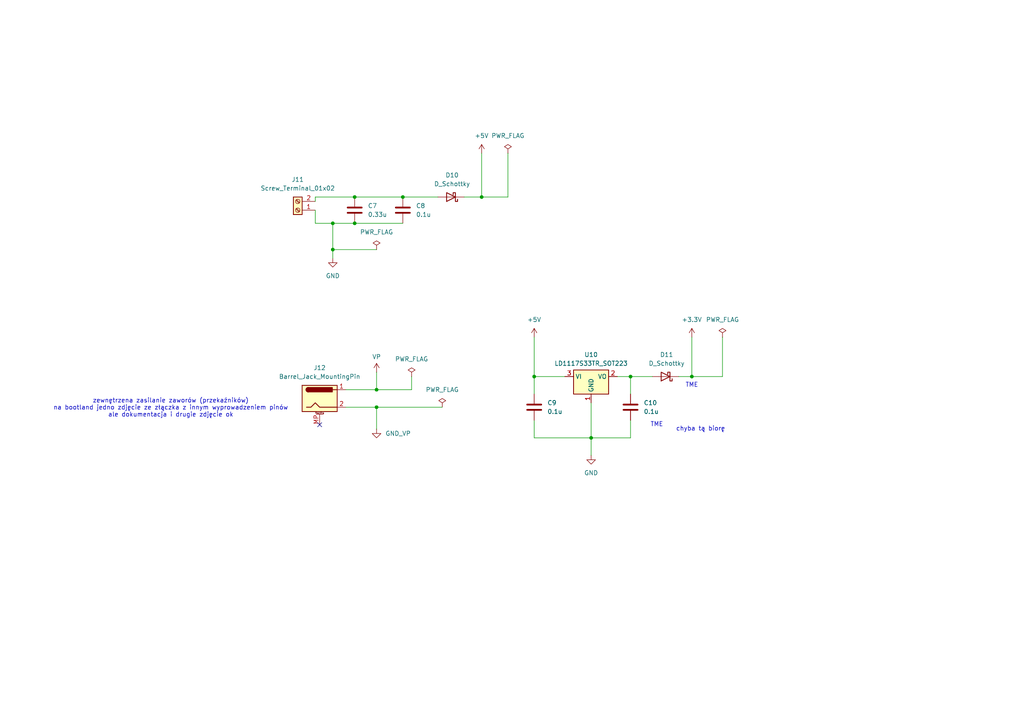
<source format=kicad_sch>
(kicad_sch (version 20250114) (generator "eeschema") (generator_version "9.0")
  (paper "A4")
  (title_block (title "Sterownik podlewania V1.1") (date "2025-10-09") (comment 1 "Praca inżynierska ") (comment 2 "Filip Gajewski"))
  (lib_symbols
    (symbol "Connector:Barrel_Jack_MountingPin" (pin_names (hide yes))
      (property "Reference" "J" (at 0 5.334 0))
      (property "Value" "Barrel_Jack_MountingPin" (at 1.27 -6.35 0))
      (symbol "Barrel_Jack_MountingPin_0_1"
        (rectangle (start -5.08 3.81) (end 5.08 -3.81) (stroke (width 0.254)) (fill (type background)))
        (polyline (pts (xy -3.81 -2.54) (xy -2.54 -2.54) (xy -1.27 -1.27) (xy 0 -2.54) (xy 2.54 -2.54) (xy 5.08 -2.54)) (stroke (width 0.254)))
        (arc (start -3.302 1.905) (mid -3.9343 2.54) (end -3.302 3.175) (stroke (width 0.254)))
        (arc (start -3.302 1.905) (mid -3.9343 2.54) (end -3.302 3.175) (stroke (width 0.254)) (fill (type outline)))
        (rectangle (start 3.683 3.175) (end -3.302 1.905) (stroke (width 0.254)) (fill (type outline)))
        (polyline (pts (xy 5.08 2.54) (xy 3.81 2.54)) (stroke (width 0.254)))
      )
      (symbol "Barrel_Jack_MountingPin_1_1"
        (polyline (pts (xy -1.016 -4.572) (xy 1.016 -4.572)) (stroke (width 0.1524)))
        (text "Mounting" (at 0 -4.191 0) (effects (font (size 0.381 0.381))))
        (pin passive line (at 0 -7.62 90) (length 3.048) (name "MountPin") (number "MP"))
        (pin passive line (at 7.62 2.54 180) (length 2.54) (name "~") (number "1"))
        (pin passive line (at 7.62 -2.54 180) (length 2.54) (name "~") (number "2"))
      )
    )
    (symbol "Connector:Screw_Terminal_01x02" (pin_names (offset 1.016) (hide yes))
      (property "Reference" "J" (at 0 2.54 0))
      (property "Value" "Screw_Terminal_01x02" (at 0 -5.08 0))
      (symbol "Screw_Terminal_01x02_1_1"
        (rectangle (start -1.27 1.27) (end 1.27 -3.81) (stroke (width 0.254)) (fill (type background)))
        (polyline (pts (xy -0.5334 0.3302) (xy 0.3302 -0.508)) (stroke (width 0.1524)))
        (polyline (pts (xy -0.5334 -2.2098) (xy 0.3302 -3.048)) (stroke (width 0.1524)))
        (polyline (pts (xy -0.3556 0.508) (xy 0.508 -0.3302)) (stroke (width 0.1524)))
        (polyline (pts (xy -0.3556 -2.032) (xy 0.508 -2.8702)) (stroke (width 0.1524)))
        (circle (center 0 0) (radius 0.635) (stroke (width 0.1524)))
        (circle (center 0 -2.54) (radius 0.635) (stroke (width 0.1524)))
        (pin passive line (at -5.08 0 0) (length 3.81) (name "Pin_1") (number "1"))
        (pin passive line (at -5.08 -2.54 0) (length 3.81) (name "Pin_2") (number "2"))
      )
    )
    (symbol "Device:C" (pin_numbers (hide yes)) (pin_names (offset 0.254))
      (property "Reference" "C" (at 0.635 2.54 0))
      (property "Value" "C" (at 0.635 -2.54 0))
      (symbol "C_0_1"
        (polyline (pts (xy -2.032 0.762) (xy 2.032 0.762)) (stroke (width 0.508)))
        (polyline (pts (xy -2.032 -0.762) (xy 2.032 -0.762)) (stroke (width 0.508)))
      )
      (symbol "C_1_1"
        (pin passive line (at 0 3.81 270) (length 2.794) (name "~") (number "1"))
        (pin passive line (at 0 -3.81 90) (length 2.794) (name "~") (number "2"))
      )
    )
    (symbol "Device:D_Schottky" (pin_numbers (hide yes)) (pin_names (offset 1.016) (hide yes))
      (property "Reference" "D" (at 0 2.54 0))
      (property "Value" "D_Schottky" (at 0 -2.54 0))
      (symbol "D_Schottky_0_1"
        (polyline (pts (xy -1.905 0.635) (xy -1.905 1.27) (xy -1.27 1.27) (xy -1.27 -1.27) (xy -0.635 -1.27) (xy -0.635 -0.635)) (stroke (width 0.254)))
        (polyline (pts (xy 1.27 1.27) (xy 1.27 -1.27) (xy -1.27 0) (xy 1.27 1.27)) (stroke (width 0.254)))
        (polyline (pts (xy 1.27 0) (xy -1.27 0)))
      )
      (symbol "D_Schottky_1_1"
        (pin passive line (at -3.81 0 0) (length 2.54) (name "K") (number "1"))
        (pin passive line (at 3.81 0 180) (length 2.54) (name "A") (number "2"))
      )
    )
    (symbol "Regulator_Linear:LD1117S33TR_SOT223"
      (property "Reference" "U" (at -3.81 3.175 0))
      (property "Value" "LD1117S33TR_SOT223" (at 0 3.175 0))
      (symbol "LD1117S33TR_SOT223_0_1"
        (rectangle (start -5.08 -5.08) (end 5.08 1.905) (stroke (width 0.254)) (fill (type background)))
      )
      (symbol "LD1117S33TR_SOT223_1_1"
        (pin power_in line (at -7.62 0 0) (length 2.54) (name "VI") (number "3"))
        (pin power_in line (at 0 -7.62 90) (length 2.54) (name "GND") (number "1"))
        (pin power_out line (at 7.62 0 180) (length 2.54) (name "VO") (number "2"))
      )
    )
    (symbol "power:+5V" (power) (pin_numbers (hide yes)) (pin_names (offset 0) (hide yes))
      (property "Value" "+5V" (at 0 3.556 0))
      (symbol "+5V_0_1"
        (polyline (pts (xy -0.762 1.27) (xy 0 2.54)))
        (polyline (pts (xy 0 2.54) (xy 0.762 1.27)))
        (polyline (pts (xy 0 0) (xy 0 2.54)))
      )
      (symbol "+5V_1_1"
        (pin power_in line (at 0 0 90) (length 0) (name "~") (number "1"))
      )
    )
    (symbol "power:GND" (power) (pin_numbers (hide yes)) (pin_names (offset 0) (hide yes))
      (property "Value" "GND" (at 0 -3.81 0))
      (symbol "GND_0_1"
        (polyline (pts (xy 0 0) (xy 0 -1.27) (xy 1.27 -1.27) (xy 0 -2.54) (xy -1.27 -1.27) (xy 0 -1.27)))
      )
      (symbol "GND_1_1"
        (pin power_in line (at 0 0 270) (length 0) (name "~") (number "1"))
      )
    )
    (symbol "power:PWR_FLAG" (power) (pin_numbers (hide yes)) (pin_names (offset 0) (hide yes))
      (property "Value" "PWR_FLAG" (at 0 3.81 0))
      (symbol "PWR_FLAG_0_0"
        (pin power_out line (at 0 0 90) (length 0) (name "~") (number "1"))
      )
      (symbol "PWR_FLAG_0_1"
        (polyline (pts (xy 0 0) (xy 0 1.27) (xy -1.016 1.905) (xy 0 2.54) (xy 1.016 1.905) (xy 0 1.27)))
      )
    )
    (symbol "power:VPP" (power) (pin_numbers (hide yes)) (pin_names (offset 0) (hide yes))
      (property "Value" "VPP" (at 0 3.556 0))
      (symbol "VPP_0_1"
        (polyline (pts (xy -0.762 1.27) (xy 0 2.54)))
        (polyline (pts (xy 0 2.54) (xy 0.762 1.27)))
        (polyline (pts (xy 0 0) (xy 0 2.54)))
      )
      (symbol "VPP_1_1"
        (pin power_in line (at 0 0 90) (length 0) (name "~") (number "1"))
      )
    )
  )
  (text "TME" (at 190.5 123.19 0) (effects (font (size 1.27 1.27))))
  (text "TME" (at 200.66 111.76 0) (effects (font (size 1.27 1.27))))
  (text "chyba tą biorę\n" (at 203.2 124.46 0) (effects (font (size 1.27 1.27))))
  (text "zewnętrzena zasilanie zaworów (przekaźników)\nna bootland jedno zdjęcie ze złączka z innym wyprowadzeniem pinów\nale dokumentacja i drugie zdjęcie ok\n\n" (at 49.53 119.38 0) (effects (font (size 1.27 1.27))))
  (junction (at 102.87 57.15))
  (junction (at 182.88 109.22))
  (junction (at 96.52 64.77))
  (junction (at 109.22 113.03))
  (junction (at 109.22 118.11))
  (junction (at 154.94 109.22))
  (junction (at 96.52 72.39))
  (junction (at 139.7 57.15))
  (junction (at 102.87 64.77))
  (junction (at 116.84 57.15))
  (junction (at 171.45 127))
  (junction (at 200.66 109.22))
  (no_connect (at 92.71 123.19))
  (wire (pts (xy 109.22 124.46) (xy 109.22 118.11)))
  (wire (pts (xy 96.52 64.77) (xy 91.44 64.77)))
  (wire (pts (xy 171.45 127) (xy 171.45 132.08)))
  (wire (pts (xy 109.22 107.95) (xy 109.22 113.03)))
  (wire (pts (xy 171.45 127) (xy 182.88 127)))
  (wire (pts (xy 154.94 114.3) (xy 154.94 109.22)))
  (wire (pts (xy 154.94 127) (xy 154.94 121.92)))
  (wire (pts (xy 139.7 44.45) (xy 139.7 57.15)))
  (wire (pts (xy 100.33 113.03) (xy 109.22 113.03)))
  (wire (pts (xy 182.88 114.3) (xy 182.88 109.22)))
  (wire (pts (xy 182.88 121.92) (xy 182.88 127)))
  (wire (pts (xy 96.52 72.39) (xy 109.22 72.39)))
  (wire (pts (xy 102.87 57.15) (xy 116.84 57.15)))
  (wire (pts (xy 116.84 57.15) (xy 127 57.15)))
  (wire (pts (xy 91.44 57.15) (xy 102.87 57.15)))
  (wire (pts (xy 109.22 118.11) (xy 128.27 118.11)))
  (wire (pts (xy 154.94 97.79) (xy 154.94 109.22)))
  (wire (pts (xy 171.45 116.84) (xy 171.45 127)))
  (wire (pts (xy 189.23 109.22) (xy 182.88 109.22)))
  (wire (pts (xy 200.66 109.22) (xy 200.66 97.79)))
  (wire (pts (xy 91.44 60.96) (xy 91.44 64.77)))
  (wire (pts (xy 154.94 109.22) (xy 163.83 109.22)))
  (wire (pts (xy 200.66 109.22) (xy 209.55 109.22)))
  (wire (pts (xy 96.52 64.77) (xy 102.87 64.77)))
  (wire (pts (xy 91.44 57.15) (xy 91.44 58.42)))
  (wire (pts (xy 109.22 113.03) (xy 119.38 113.03)))
  (wire (pts (xy 147.32 57.15) (xy 139.7 57.15)))
  (wire (pts (xy 109.22 118.11) (xy 100.33 118.11)))
  (wire (pts (xy 147.32 44.45) (xy 147.32 57.15)))
  (wire (pts (xy 102.87 64.77) (xy 116.84 64.77)))
  (wire (pts (xy 119.38 109.22) (xy 119.38 113.03)))
  (wire (pts (xy 96.52 72.39) (xy 96.52 74.93)))
  (wire (pts (xy 96.52 64.77) (xy 96.52 72.39)))
  (wire (pts (xy 134.62 57.15) (xy 139.7 57.15)))
  (wire (pts (xy 196.85 109.22) (xy 200.66 109.22)))
  (wire (pts (xy 209.55 97.79) (xy 209.55 109.22)))
  (wire (pts (xy 154.94 127) (xy 171.45 127)))
  (wire (pts (xy 182.88 109.22) (xy 179.07 109.22)))
  (symbol (lib_id "Connector:Barrel_Jack_MountingPin") (at 92.71 115.57 0) (unit 1)
    (property "Reference" "J12" (at 92.71 106.68 0))
    (property "Value" "Barrel_Jack_MountingPin" (at 92.71 109.22 0))
    (property "Footprint" "Connector_BarrelJack:BarrelJack_GCT_DCJ200-10-A_Horizontal" (effects (hide yes)))
    (property "Description" "DC Barrel Jack with a mounting pin" (effects (hide yes)))
  )
  (symbol (lib_id "power:GND") (at 171.45 132.08 0) (unit 1)
    (property "Reference" "#PWR079" (effects (hide yes)))
    (property "Value" "GND" (at 171.45 137.16 0))
    (property "Description" "Power symbol creates a global label with name \"GND\" , ground" (effects (hide yes)))
  )
  (symbol (lib_id "power:+5V") (at 139.7 44.45 0) (unit 1)
    (property "Reference" "#PWR077" (effects (hide yes)))
    (property "Value" "+5V" (at 139.7 39.37 0))
    (property "Description" "Power symbol creates a global label with name \"+5V\"" (effects (hide yes)))
  )
  (symbol (lib_id "Device:C") (at 102.87 60.96 0) (unit 1)
    (property "Reference" "C7" (at 106.68 59.6899 0) (effects (justify left)))
    (property "Value" "0.33u" (at 106.68 62.2299 0) (effects (justify left)))
    (property "Footprint" "Capacitor_SMD:CP_Elec_4x5.4" (effects (hide yes)))
    (property "Description" "Unpolarized capacitor" (effects (hide yes)))
  )
  (symbol (lib_id "power:PWR_FLAG") (at 119.38 109.22 0) (unit 1)
    (property "Reference" "#FLG02" (effects (hide yes)))
    (property "Value" "PWR_FLAG" (at 119.38 104.14 0))
    (property "Description" "Special symbol for telling ERC where power comes from" (effects (hide yes)))
  )
  (symbol (lib_id "power:VPP") (at 109.22 107.95 0) (unit 1)
    (property "Reference" "#PWR075" (effects (hide yes)))
    (property "Value" "VP" (at 109.22 103.505 0))
    (property "Description" "Power symbol creates a global label with name \"VPP\"" (effects (hide yes)))
  )
  (symbol (lib_id "power:+5V") (at 200.66 97.79 0) (unit 1)
    (property "Reference" "#PWR080" (effects (hide yes)))
    (property "Value" "+3.3V" (at 200.66 92.71 0))
    (property "Description" "Power symbol creates a global label with name \"+5V\"" (effects (hide yes)))
  )
  (symbol (lib_id "Device:C") (at 182.88 118.11 0) (unit 1)
    (property "Reference" "C10" (at 186.69 116.8399 0) (effects (justify left)))
    (property "Value" "0.1u" (at 186.69 119.3799 0) (effects (justify left)))
    (property "Footprint" "Capacitor_THT:C_Disc_D3.0mm_W1.6mm_P2.50mm" (effects (hide yes)))
    (property "Description" "Unpolarized capacitor" (effects (hide yes)))
  )
  (symbol (lib_id "power:GND") (at 96.52 74.93 0) (unit 1)
    (property "Reference" "#PWR074" (effects (hide yes)))
    (property "Value" "GND" (at 96.52 80.01 0))
    (property "Description" "Power symbol creates a global label with name \"GND\" , ground" (effects (hide yes)))
  )
  (symbol (lib_id "power:PWR_FLAG") (at 109.22 72.39 0) (unit 1)
    (property "Reference" "#FLG01" (effects (hide yes)))
    (property "Value" "PWR_FLAG" (at 109.22 67.31 0))
    (property "Description" "Special symbol for telling ERC where power comes from" (effects (hide yes)))
  )
  (symbol (lib_id "power:PWR_FLAG") (at 209.55 97.79 0) (unit 1)
    (property "Reference" "#FLG05" (effects (hide yes)))
    (property "Value" "PWR_FLAG" (at 209.55 92.71 0))
    (property "Description" "Special symbol for telling ERC where power comes from" (effects (hide yes)))
  )
  (symbol (lib_id "Regulator_Linear:LD1117S33TR_SOT223") (at 171.45 109.22 0) (unit 1)
    (property "Reference" "U10" (at 171.45 102.87 0))
    (property "Value" "LD1117S33TR_SOT223" (at 171.45 105.41 0))
    (property "Footprint" "Package_TO_SOT_SMD:SOT-223" (effects (hide yes)))
    (property "Datasheet" "http://www.st.com/st-web-ui/static/active/en/resource/technical/document/datasheet/CD00000544.pdf" (effects (hide yes)))
    (property "Description" "800mA Fixed Low Drop Positive Voltage Regulator, Fixed Output 3.3V, SOT-223" (effects (hide yes)))
  )
  (symbol (lib_id "power:GND") (at 109.22 124.46 0) (unit 1)
    (property "Reference" "#PWR076" (effects (hide yes)))
    (property "Value" "GND_VP" (at 111.76 125.7299 0) (effects (justify left)))
    (property "Description" "Power symbol creates a global label with name \"GND\" , ground" (effects (hide yes)))
  )
  (symbol (lib_id "power:+5V") (at 154.94 97.79 0) (unit 1)
    (property "Reference" "#PWR078" (effects (hide yes)))
    (property "Value" "+5V" (at 154.94 92.71 0))
    (property "Description" "Power symbol creates a global label with name \"+5V\"" (effects (hide yes)))
  )
  (symbol (lib_id "Device:C") (at 116.84 60.96 0) (unit 1)
    (property "Reference" "C8" (at 120.65 59.6899 0) (effects (justify left)))
    (property "Value" "0.1u" (at 120.65 62.2299 0) (effects (justify left)))
    (property "Footprint" "Capacitor_THT:C_Disc_D3.0mm_W1.6mm_P2.50mm" (effects (hide yes)))
    (property "Description" "Unpolarized capacitor" (effects (hide yes)))
  )
  (symbol (lib_id "Connector:Screw_Terminal_01x02") (at 86.36 60.96 180) (unit 1)
    (property "Reference" "J11" (at 86.36 52.07 0))
    (property "Value" "Screw_Terminal_01x02" (at 86.36 54.61 0))
    (property "Footprint" "TerminalBlock:TerminalBlock_MaiXu_MX126-5.0-02P_1x02_P5.00mm" (effects (hide yes)))
    (property "Description" "Generic screw terminal, single row, 01x02, script generated (kicad-library-utils/schlib/autogen/connector/)" (effects (hide yes)))
  )
  (symbol (lib_id "Device:D_Schottky") (at 193.04 109.22 180) (unit 1)
    (property "Reference" "D11" (at 193.3575 102.87 0))
    (property "Value" "D_Schottky" (at 193.3575 105.41 0))
    (property "Footprint" "Diode_SMD:D_1206_3216Metric" (effects (hide yes)))
    (property "Description" "Schottky diode" (effects (hide yes)))
  )
  (symbol (lib_id "power:PWR_FLAG") (at 128.27 118.11 0) (unit 1)
    (property "Reference" "#FLG03" (effects (hide yes)))
    (property "Value" "PWR_FLAG" (at 128.27 113.03 0))
    (property "Description" "Special symbol for telling ERC where power comes from" (effects (hide yes)))
  )
  (symbol (lib_id "Device:C") (at 154.94 118.11 0) (unit 1)
    (property "Reference" "C9" (at 158.75 116.8399 0) (effects (justify left)))
    (property "Value" "0.1u" (at 158.75 119.3799 0) (effects (justify left)))
    (property "Footprint" "Capacitor_THT:C_Disc_D3.0mm_W1.6mm_P2.50mm" (effects (hide yes)))
    (property "Description" "Unpolarized capacitor" (effects (hide yes)))
  )
  (symbol (lib_id "Device:D_Schottky") (at 130.81 57.15 180) (unit 1)
    (property "Reference" "D10" (at 131.1275 50.8 0))
    (property "Value" "D_Schottky" (at 131.1275 53.34 0))
    (property "Footprint" "Diode_SMD:D_1206_3216Metric" (effects (hide yes)))
    (property "Description" "Schottky diode" (effects (hide yes)))
  )
  (symbol (lib_id "power:PWR_FLAG") (at 147.32 44.45 0) (unit 1)
    (property "Reference" "#FLG04" (effects (hide yes)))
    (property "Value" "PWR_FLAG" (at 147.32 39.37 0))
    (property "Description" "Special symbol for telling ERC where power comes from" (effects (hide yes)))
  )
)
</source>
